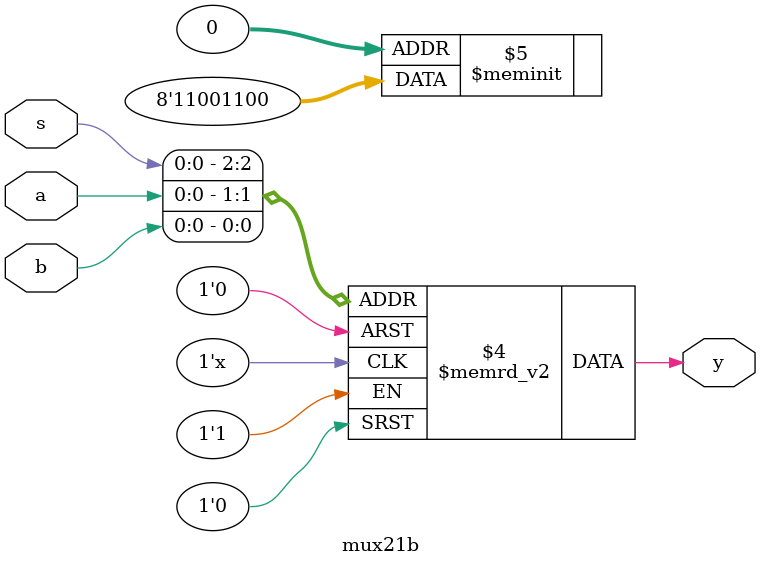
<source format=sv>
module mux21b (
input wire a,
input wire b,
input wire s,
output reg y // Output must be reg for procedural assignment
);
always @(*) // Combinational sensitivity
case({s, a, b}) // Case statement
4'b0000: y=0;
4'b0001: y=0;
4'b0010: y=1;
4'b0011: y=1;
4'b0100: y=0;
4'b0101: y=0;
4'b0110: y=1;
4'b0111: y=1;
4'b1000: y=0;
4'b1001: y=0;
4'b1010: y=1;
4'b1011: y=1;
4'b1100: y=0;
4'b1101: y=0;
4'b1110: y=1;
4'b1111: y=1;
default: y=0;
endcase
endmodule
</source>
